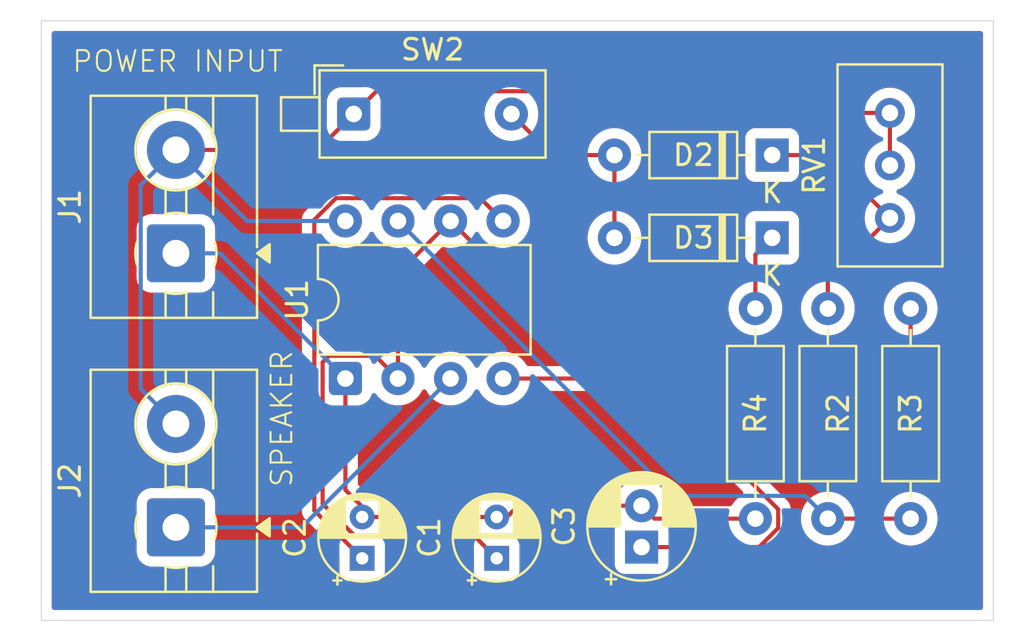
<source format=kicad_pcb>
(kicad_pcb (version 20241229) (generator "pcbnew") (generator_version "9.0")
  (layers (0 "F.Cu" signal) (2 "B.Cu" signal) (13 "F.Paste" user) (15 "B.Paste" user) (5 "F.SilkS" user "F.Silkscreen") (7 "B.SilkS" user "B.Silkscreen") (1 "F.Mask" user) (3 "B.Mask" user) (25 "Edge.Cuts" user))
  (net 0 "")
  (net 1 "GND")
  (net 2 "/COM")
  (net 3 "Net-(U1-CV)")
  (net 4 "Net-(U1-R)")
  (net 5 "Net-(D2-K)")
  (net 6 "Net-(D2-A)")
  (net 7 "Net-(D3-K)")
  (net 8 "+5V")
  (net 9 "/OUTPUT")
  (net 10 "Net-(U1-DIS)")
  (footprint "Resistor_THT:R_Axial_DIN0207_L6.3mm_D2.5mm_P10.16mm_Horizontal" (layer "F.Cu") (at 155 87.58 90)
    (property "Reference" "R3" (at 5.08 0 90) (layer "F.SilkS"))
    (property "Value" "47k")
    (fp_line (start 8.35 -1.37) (end 1.81 -1.37) (stroke (width 0.12)) (layer "F.SilkS"))
    (fp_line (start 1.81 -1.37) (end 1.81 1.37) (stroke (width 0.12)) (layer "F.SilkS"))
    (fp_line (start 9.12 0) (end 8.35 0) (stroke (width 0.12)) (layer "F.SilkS"))
    (fp_line (start 1.04 0) (end 1.81 0) (stroke (width 0.12)) (layer "F.SilkS"))
    (fp_line (start 8.35 1.37) (end 8.35 -1.37) (stroke (width 0.12)) (layer "F.SilkS"))
    (fp_line (start 1.81 1.37) (end 8.35 1.37) (stroke (width 0.12)) (layer "F.SilkS"))
    (pad "1" thru_hole circle (at 0 0 90) (size 1.6 1.6) (drill 0.8) (layers "*.Cu" "*.Mask") (net 10 "Net-(U1-DIS)"))
    (pad "2" thru_hole oval (at 10.16 0 90) (size 1.6 1.6) (drill 0.8) (layers "*.Cu" "*.Mask") (net 2 "/COM"))
  )
  (footprint "Diode_THT:D_DO-35_SOD27_P7.62mm_Horizontal" (layer "F.Cu") (at 148.31 74 180)
    (property "Reference" "D3" (at 3.81 0 0) (layer "F.SilkS"))
    (property "Value" "1N4148")
    (fp_line (start 6.58 0) (end 5.93 0) (stroke (width 0.12)) (layer "F.SilkS"))
    (fp_line (start 5.93 1.12) (end 5.93 -1.12) (stroke (width 0.12)) (layer "F.SilkS"))
    (fp_line (start 5.93 -1.12) (end 1.69 -1.12) (stroke (width 0.12)) (layer "F.SilkS"))
    (fp_line (start 2.53 -1.12) (end 2.53 1.12) (stroke (width 0.12)) (layer "F.SilkS"))
    (fp_line (start 2.41 -1.12) (end 2.41 1.12) (stroke (width 0.12)) (layer "F.SilkS"))
    (fp_line (start 2.29 -1.12) (end 2.29 1.12) (stroke (width 0.12)) (layer "F.SilkS"))
    (fp_line (start 1.69 1.12) (end 5.93 1.12) (stroke (width 0.12)) (layer "F.SilkS"))
    (fp_line (start 1.69 -1.12) (end 1.69 1.12) (stroke (width 0.12)) (layer "F.SilkS"))
    (fp_line (start 1.04 0) (end 1.69 0) (stroke (width 0.12)) (layer "F.SilkS"))
    (fp_text user "K" (at 0 -1.8 0) (layer "F.SilkS"))
    (pad "1" thru_hole rect (at 0 0 180) (size 1.6 1.6) (drill 0.8) (layers "*.Cu" "*.Mask") (net 7 "Net-(D3-K)"))
    (pad "2" thru_hole oval (at 7.62 0 180) (size 1.6 1.6) (drill 0.8) (layers "*.Cu" "*.Mask") (net 6 "Net-(D2-A)"))
  )
  (footprint "TerminalBlock:TerminalBlock_MaiXu_MX126-5.0-02P_1x02_P5.00mm" (layer "F.Cu") (at 119.5 88 90)
    (property "Reference" "J2" (at 2.25 -5.12 90) (layer "F.SilkS"))
    (property "Value" "Speaker")
    (fp_line (start 7.62 -4.12) (end 7.62 3.92) (stroke (width 0.12)) (layer "F.SilkS"))
    (fp_line (start -3.12 -4.12) (end 7.62 -4.12) (stroke (width 0.12)) (layer "F.SilkS"))
    (fp_line (start -3.12 -4.12) (end -3.12 3.92) (stroke (width 0.12)) (layer "F.SilkS"))
    (fp_line (start 6.247 -1.486) (end 6.204 -1.443) (stroke (width 0.12)) (layer "F.SilkS"))
    (fp_line (start 6.487 -1.247) (end 6.444 -1.204) (stroke (width 0.12)) (layer "F.SilkS"))
    (fp_line (start 6.812 -0.5) (end 7.62 -0.5) (stroke (width 0.12)) (layer "F.SilkS"))
    (fp_line (start 1.88 -0.5) (end 3.188 -0.5) (stroke (width 0.12)) (layer "F.SilkS"))
    (fp_line (start -3.12 -0.5) (end -1.88 -0.5) (stroke (width 0.12)) (layer "F.SilkS"))
    (fp_line (start 6.812 0.5) (end 7.62 0.5) (stroke (width 0.12)) (layer "F.SilkS"))
    (fp_line (start 1.88 0.5) (end 3.188 0.5) (stroke (width 0.12)) (layer "F.SilkS"))
    (fp_line (start -3.12 0.5) (end -1.88 0.5) (stroke (width 0.12)) (layer "F.SilkS"))
    (fp_line (start 3.556 1.204) (end 3.513 1.247) (stroke (width 0.12)) (layer "F.SilkS"))
    (fp_line (start 3.795 1.443) (end 3.752 1.486) (stroke (width 0.12)) (layer "F.SilkS"))
    (fp_line (start 5.543 1.8) (end 7.62 1.8) (stroke (width 0.12)) (layer "F.SilkS"))
    (fp_line (start 1.88 1.8) (end 4.457 1.8) (stroke (width 0.12)) (layer "F.SilkS"))
    (fp_line (start -3.12 1.8) (end -1.88 1.8) (stroke (width 0.12)) (layer "F.SilkS"))
    (fp_line (start 0.3 3.92) (end 7.62 3.92) (stroke (width 0.12)) (layer "F.SilkS"))
    (fp_line (start -3.12 3.92) (end -0.3 3.92) (stroke (width 0.12)) (layer "F.SilkS"))
    (fp_arc (start -0.554 -1.88) (mid 0.000246 -1.959928) (end 0.554472 -1.879861) (stroke (width 0.12)) (layer "F.SilkS"))
    (fp_arc (start 1.88 -0.554) (mid 1.959928 0.000246) (end 1.879861 0.554472) (stroke (width 0.12)) (layer "F.SilkS"))
    (fp_arc (start -1.88 0.554) (mid -1.959928 -0.000246) (end -1.879861 -0.554472) (stroke (width 0.12)) (layer "F.SilkS"))
    (fp_arc (start 0.554 1.88) (mid -0.000246 1.959928) (end -0.554472 1.879861) (stroke (width 0.12)) (layer "F.SilkS"))
    (fp_circle (center 5 0) (end 6.96 0) (stroke (width 0.12)) (fill no) (layer "F.SilkS"))
    (fp_poly (pts (xy 0 3.92) (xy 0.44 4.53) (xy -0.44 4.53) (xy 0 3.92)) (stroke (width 0.12)) (fill yes) (layer "F.SilkS"))
    (pad "1" thru_hole roundrect (at 0 0 90) (size 2.8 2.8) (drill 1.3) (layers "*.Cu" "*.Mask") (roundrect_rratio 0.089286) (net 9 "/OUTPUT"))
    (pad "2" thru_hole circle (at 5 0 90) (size 2.8 2.8) (drill 1.3) (layers "*.Cu" "*.Mask") (net 8 "+5V"))
  )
  (footprint "Potentiometer_THT:Potentiometer_Bourns_3296W_Vertical" (layer "F.Cu") (at 154 67.96 90)
    (property "Reference" "RV1" (at -2.54 -3.66 90) (layer "F.SilkS"))
    (property "Value" "100k")
    (fp_line (start 2.345 -2.53) (end 2.345 2.54) (stroke (width 0.12)) (layer "F.SilkS"))
    (fp_line (start -7.425 -2.53) (end 2.345 -2.53) (stroke (width 0.12)) (layer "F.SilkS"))
    (fp_line (start -7.425 -2.53) (end -7.425 2.54) (stroke (width 0.12)) (layer "F.SilkS"))
    (fp_line (start -7.425 2.54) (end 2.345 2.54) (stroke (width 0.12)) (layer "F.SilkS"))
    (pad "1" thru_hole circle (at 0 0 90) (size 1.44 1.44) (drill 0.8) (layers "*.Cu" "*.Mask") (net 8 "+5V"))
    (pad "2" thru_hole circle (at -2.54 0 90) (size 1.44 1.44) (drill 0.8) (layers "*.Cu" "*.Mask") (net 8 "+5V"))
    (pad "3" thru_hole circle (at -5.08 0 90) (size 1.44 1.44) (drill 0.8) (layers "*.Cu" "*.Mask") (net 5 "Net-(D2-K)"))
  )
  (footprint "TerminalBlock:TerminalBlock_MaiXu_MX126-5.0-02P_1x02_P5.00mm" (layer "F.Cu") (at 119.5 74.75 90)
    (property "Reference" "J1" (at 2.25 -5.12 90) (layer "F.SilkS"))
    (property "Value" "input")
    (fp_line (start 7.62 -4.12) (end 7.62 3.92) (stroke (width 0.12)) (layer "F.SilkS"))
    (fp_line (start -3.12 -4.12) (end 7.62 -4.12) (stroke (width 0.12)) (layer "F.SilkS"))
    (fp_line (start -3.12 -4.12) (end -3.12 3.92) (stroke (width 0.12)) (layer "F.SilkS"))
    (fp_line (start 6.247 -1.486) (end 6.204 -1.443) (stroke (width 0.12)) (layer "F.SilkS"))
    (fp_line (start 6.487 -1.247) (end 6.444 -1.204) (stroke (width 0.12)) (layer "F.SilkS"))
    (fp_line (start 6.812 -0.5) (end 7.62 -0.5) (stroke (width 0.12)) (layer "F.SilkS"))
    (fp_line (start 1.88 -0.5) (end 3.188 -0.5) (stroke (width 0.12)) (layer "F.SilkS"))
    (fp_line (start -3.12 -0.5) (end -1.88 -0.5) (stroke (width 0.12)) (layer "F.SilkS"))
    (fp_line (start 6.812 0.5) (end 7.62 0.5) (stroke (width 0.12)) (layer "F.SilkS"))
    (fp_line (start 1.88 0.5) (end 3.188 0.5) (stroke (width 0.12)) (layer "F.SilkS"))
    (fp_line (start -3.12 0.5) (end -1.88 0.5) (stroke (width 0.12)) (layer "F.SilkS"))
    (fp_line (start 3.556 1.204) (end 3.513 1.247) (stroke (width 0.12)) (layer "F.SilkS"))
    (fp_line (start 3.795 1.443) (end 3.752 1.486) (stroke (width 0.12)) (layer "F.SilkS"))
    (fp_line (start 5.543 1.8) (end 7.62 1.8) (stroke (width 0.12)) (layer "F.SilkS"))
    (fp_line (start 1.88 1.8) (end 4.457 1.8) (stroke (width 0.12)) (layer "F.SilkS"))
    (fp_line (start -3.12 1.8) (end -1.88 1.8) (stroke (width 0.12)) (layer "F.SilkS"))
    (fp_line (start 0.3 3.92) (end 7.62 3.92) (stroke (width 0.12)) (layer "F.SilkS"))
    (fp_line (start -3.12 3.92) (end -0.3 3.92) (stroke (width 0.12)) (layer "F.SilkS"))
    (fp_arc (start -0.554 -1.88) (mid 0.000246 -1.959928) (end 0.554472 -1.879861) (stroke (width 0.12)) (layer "F.SilkS"))
    (fp_arc (start 1.88 -0.554) (mid 1.959928 0.000246) (end 1.879861 0.554472) (stroke (width 0.12)) (layer "F.SilkS"))
    (fp_arc (start -1.88 0.554) (mid -1.959928 -0.000246) (end -1.879861 -0.554472) (stroke (width 0.12)) (layer "F.SilkS"))
    (fp_arc (start 0.554 1.88) (mid -0.000246 1.959928) (end -0.554472 1.879861) (stroke (width 0.12)) (layer "F.SilkS"))
    (fp_circle (center 5 0) (end 6.96 0) (stroke (width 0.12)) (fill no) (layer "F.SilkS"))
    (fp_poly (pts (xy 0 3.92) (xy 0.44 4.53) (xy -0.44 4.53) (xy 0 3.92)) (stroke (width 0.12)) (fill yes) (layer "F.SilkS"))
    (pad "1" thru_hole roundrect (at 0 0 90) (size 2.8 2.8) (drill 1.3) (layers "*.Cu" "*.Mask") (roundrect_rratio 0.089286) (net 1 "GND"))
    (pad "2" thru_hole circle (at 5 0 90) (size 2.8 2.8) (drill 1.3) (layers "*.Cu" "*.Mask") (net 8 "+5V"))
  )
  (footprint "Package_DIP:DIP-8_W7.62mm" (layer "F.Cu") (at 127.69 80.805 90)
    (property "Reference" "U1" (at 3.81 -2.33 90) (layer "F.SilkS"))
    (property "Value" "ICM7555xP")
    (fp_line (start 6.46 -1.33) (end 4.81 -1.33) (stroke (width 0.12)) (layer "F.SilkS"))
    (fp_line (start 2.81 -1.33) (end 1.16 -1.33) (stroke (width 0.12)) (layer "F.SilkS"))
    (fp_line (start 1.16 -1.33) (end 1.16 8.95) (stroke (width 0.12)) (layer "F.SilkS"))
    (fp_line (start 6.46 8.95) (end 6.46 -1.33) (stroke (width 0.12)) (layer "F.SilkS"))
    (fp_line (start 1.16 8.95) (end 6.46 8.95) (stroke (width 0.12)) (layer "F.SilkS"))
    (fp_arc (start 4.81 -1.33) (mid 3.81 -0.33) (end 2.81 -1.33) (stroke (width 0.12)) (layer "F.SilkS"))
    (pad "1" thru_hole roundrect (at 0 0 90) (size 1.6 1.6) (drill 0.8) (layers "*.Cu" "*.Mask") (roundrect_rratio 0.15625) (net 1 "GND"))
    (pad "2" thru_hole circle (at 0 2.54 90) (size 1.6 1.6) (drill 0.8) (layers "*.Cu" "*.Mask") (net 2 "/COM"))
    (pad "3" thru_hole circle (at 0 5.08 90) (size 1.6 1.6) (drill 0.8) (layers "*.Cu" "*.Mask") (net 9 "/OUTPUT"))
    (pad "4" thru_hole circle (at 0 7.62 90) (size 1.6 1.6) (drill 0.8) (layers "*.Cu" "*.Mask") (net 4 "Net-(U1-R)"))
    (pad "5" thru_hole circle (at 7.62 7.62 90) (size 1.6 1.6) (drill 0.8) (layers "*.Cu" "*.Mask") (net 3 "Net-(U1-CV)"))
    (pad "6" thru_hole circle (at 7.62 5.08 90) (size 1.6 1.6) (drill 0.8) (layers "*.Cu" "*.Mask") (net 2 "/COM"))
    (pad "7" thru_hole circle (at 7.62 2.54 90) (size 1.6 1.6) (drill 0.8) (layers "*.Cu" "*.Mask") (net 10 "Net-(U1-DIS)"))
    (pad "8" thru_hole circle (at 7.62 0 90) (size 1.6 1.6) (drill 0.8) (layers "*.Cu" "*.Mask") (net 8 "+5V"))
  )
  (footprint "Resistor_THT:R_Axial_DIN0207_L6.3mm_D2.5mm_P10.16mm_Horizontal" (layer "F.Cu") (at 147.5 77.42 -90)
    (property "Reference" "R4" (at 5.08 0 90) (layer "F.SilkS"))
    (property "Value" "47k")
    (fp_line (start 1.81 1.37) (end 8.35 1.37) (stroke (width 0.12)) (layer "F.SilkS"))
    (fp_line (start 8.35 1.37) (end 8.35 -1.37) (stroke (width 0.12)) (layer "F.SilkS"))
    (fp_line (start 1.04 0) (end 1.81 0) (stroke (width 0.12)) (layer "F.SilkS"))
    (fp_line (start 9.12 0) (end 8.35 0) (stroke (width 0.12)) (layer "F.SilkS"))
    (fp_line (start 1.81 -1.37) (end 1.81 1.37) (stroke (width 0.12)) (layer "F.SilkS"))
    (fp_line (start 8.35 -1.37) (end 1.81 -1.37) (stroke (width 0.12)) (layer "F.SilkS"))
    (pad "1" thru_hole circle (at 0 0 270) (size 1.6 1.6) (drill 0.8) (layers "*.Cu" "*.Mask") (net 7 "Net-(D3-K)"))
    (pad "2" thru_hole oval (at 10.16 0 270) (size 1.6 1.6) (drill 0.8) (layers "*.Cu" "*.Mask") (net 1 "GND"))
  )
  (footprint "Capacitor_THT:CP_Radial_D5.0mm_P2.00mm" (layer "F.Cu") (at 142 88.955113 90)
    (property "Reference" "C3" (at 1 -3.75 90) (layer "F.SilkS"))
    (property "Value" "10uF")
    (fp_line (start 1.04 -2.58) (end 1.04 -1.04) (stroke (width 0.12)) (layer "F.SilkS"))
    (fp_line (start 1 -2.58) (end 1 -1.04) (stroke (width 0.12)) (layer "F.SilkS"))
    (fp_line (start 1.08 -2.579) (end 1.08 -1.04) (stroke (width 0.12)) (layer "F.SilkS"))
    (fp_line (start 1.12 -2.578) (end 1.12 -1.04) (stroke (width 0.12)) (layer "F.SilkS"))
    (fp_line (start 1.16 -2.576) (end 1.16 -1.04) (stroke (width 0.12)) (layer "F.SilkS"))
    (fp_line (start 1.2 -2.573) (end 1.2 -1.04) (stroke (width 0.12)) (layer "F.SilkS"))
    (fp_line (start 1.24 -2.569) (end 1.24 -1.04) (stroke (width 0.12)) (layer "F.SilkS"))
    (fp_line (start 1.28 -2.565) (end 1.28 -1.04) (stroke (width 0.12)) (layer "F.SilkS"))
    (fp_line (start 1.32 -2.561) (end 1.32 -1.04) (stroke (width 0.12)) (layer "F.SilkS"))
    (fp_line (start 1.36 -2.556) (end 1.36 -1.04) (stroke (width 0.12)) (layer "F.SilkS"))
    (fp_line (start 1.4 -2.55) (end 1.4 -1.04) (stroke (width 0.12)) (layer "F.SilkS"))
    (fp_line (start 1.44 -2.543) (end 1.44 -1.04) (stroke (width 0.12)) (layer "F.SilkS"))
    (fp_line (start 1.48 -2.536) (end 1.48 -1.04) (stroke (width 0.12)) (layer "F.SilkS"))
    (fp_line (start 1.52 -2.528) (end 1.52 -1.04) (stroke (width 0.12)) (layer "F.SilkS"))
    (fp_line (start 1.56 -2.52) (end 1.56 -1.04) (stroke (width 0.12)) (layer "F.SilkS"))
    (fp_line (start 1.6 -2.511) (end 1.6 -1.04) (stroke (width 0.12)) (layer "F.SilkS"))
    (fp_line (start 1.64 -2.501) (end 1.64 -1.04) (stroke (width 0.12)) (layer "F.SilkS"))
    (fp_line (start 1.68 -2.491) (end 1.68 -1.04) (stroke (width 0.12)) (layer "F.SilkS"))
    (fp_line (start 1.721 -2.48) (end 1.721 -1.04) (stroke (width 0.12)) (layer "F.SilkS"))
    (fp_line (start 1.761 -2.468) (end 1.761 -1.04) (stroke (width 0.12)) (layer "F.SilkS"))
    (fp_line (start 1.801 -2.455) (end 1.801 -1.04) (stroke (width 0.12)) (layer "F.SilkS"))
    (fp_line (start 1.841 -2.442) (end 1.841 -1.04) (stroke (width 0.12)) (layer "F.SilkS"))
    (fp_line (start 1.881 -2.428) (end 1.881 -1.04) (stroke (width 0.12)) (layer "F.SilkS"))
    (fp_line (start 1.921 -2.414) (end 1.921 -1.04) (stroke (width 0.12)) (layer "F.SilkS"))
    (fp_line (start 1.961 -2.398) (end 1.961 -1.04) (stroke (width 0.12)) (layer "F.SilkS"))
    (fp_line (start 2.001 -2.382) (end 2.001 -1.04) (stroke (width 0.12)) (layer "F.SilkS"))
    (fp_line (start 2.041 -2.365) (end 2.041 -1.04) (stroke (width 0.12)) (layer "F.SilkS"))
    (fp_line (start 2.081 -2.348) (end 2.081 -1.04) (stroke (width 0.12)) (layer "F.SilkS"))
    (fp_line (start 2.121 -2.329) (end 2.121 -1.04) (stroke (width 0.12)) (layer "F.SilkS"))
    (fp_line (start 2.161 -2.31) (end 2.161 -1.04) (stroke (width 0.12)) (layer "F.SilkS"))
    (fp_line (start 2.201 -2.29) (end 2.201 -1.04) (stroke (width 0.12)) (layer "F.SilkS"))
    (fp_line (start 2.241 -2.268) (end 2.241 -1.04) (stroke (width 0.12)) (layer "F.SilkS"))
    (fp_line (start 2.281 -2.247) (end 2.281 -1.04) (stroke (width 0.12)) (layer "F.SilkS"))
    (fp_line (start 2.321 -2.224) (end 2.321 -1.04) (stroke (width 0.12)) (layer "F.SilkS"))
    (fp_line (start 2.361 -2.2) (end 2.361 -1.04) (stroke (width 0.12)) (layer "F.SilkS"))
    (fp_line (start 2.401 -2.175) (end 2.401 -1.04) (stroke (width 0.12)) (layer "F.SilkS"))
    (fp_line (start 2.441 -2.149) (end 2.441 -1.04) (stroke (width 0.12)) (layer "F.SilkS"))
    (fp_line (start 2.481 -2.122) (end 2.481 -1.04) (stroke (width 0.12)) (layer "F.SilkS"))
    (fp_line (start 2.521 -2.095) (end 2.521 -1.04) (stroke (width 0.12)) (layer "F.SilkS"))
    (fp_line (start 2.561 -2.065) (end 2.561 -1.04) (stroke (width 0.12)) (layer "F.SilkS"))
    (fp_line (start 2.601 -2.035) (end 2.601 -1.04) (stroke (width 0.12)) (layer "F.SilkS"))
    (fp_line (start 2.641 -2.004) (end 2.641 -1.04) (stroke (width 0.12)) (layer "F.SilkS"))
    (fp_line (start 2.681 -1.971) (end 2.681 -1.04) (stroke (width 0.12)) (layer "F.SilkS"))
    (fp_line (start 2.721 -1.937) (end 2.721 -1.04) (stroke (width 0.12)) (layer "F.SilkS"))
    (fp_line (start 2.761 -1.901) (end 2.761 -1.04) (stroke (width 0.12)) (layer "F.SilkS"))
    (fp_line (start 2.801 -1.864) (end 2.801 -1.04) (stroke (width 0.12)) (layer "F.SilkS"))
    (fp_line (start 2.841 -1.826) (end 2.841 -1.04) (stroke (width 0.12)) (layer "F.SilkS"))
    (fp_line (start 2.881 -1.785) (end 2.881 -1.04) (stroke (width 0.12)) (layer "F.SilkS"))
    (fp_line (start 2.921 -1.743) (end 2.921 -1.04) (stroke (width 0.12)) (layer "F.SilkS"))
    (fp_line (start -1.554775 -1.725) (end -1.554775 -1.225) (stroke (width 0.12)) (layer "F.SilkS"))
    (fp_line (start 2.961 -1.699) (end 2.961 -1.04) (stroke (width 0.12)) (layer "F.SilkS"))
    (fp_line (start 3.001 -1.653) (end 3.001 -1.04) (stroke (width 0.12)) (layer "F.SilkS"))
    (fp_line (start 3.041 -1.605) (end 3.041 1.605) (stroke (width 0.12)) (layer "F.SilkS"))
    (fp_line (start 3.081 -1.554) (end 3.081 1.554) (stroke (width 0.12)) (layer "F.SilkS"))
    (fp_line (start 3.121 -1.5) (end 3.121 1.5) (stroke (width 0.12)) (layer "F.SilkS"))
    (fp_line (start -1.804775 -1.475) (end -1.304775 -1.475) (stroke (width 0.12)) (layer "F.SilkS"))
    (fp_line (start 3.161 -1.443) (end 3.161 1.443) (stroke (width 0.12)) (layer "F.SilkS"))
    (fp_line (start 3.201 -1.383) (end 3.201 1.383) (stroke (width 0.12)) (layer "F.SilkS"))
    (fp_line (start 3.241 -1.319) (end 3.241 1.319) (stroke (width 0.12)) (layer "F.SilkS"))
    (fp_line (start 3.281 -1.251) (end 3.281 1.251) (stroke (width 0.12)) (layer "F.SilkS"))
    (fp_line (start 3.321 -1.178) (end 3.321 1.178) (stroke (width 0.12)) (layer "F.SilkS"))
    (fp_line (start 3.361 -1.098) (end 3.361 1.098) (stroke (width 0.12)) (layer "F.SilkS"))
    (fp_line (start 3.401 -1.011) (end 3.401 1.011) (stroke (width 0.12)) (layer "F.SilkS"))
    (fp_line (start 3.441 -0.915) (end 3.441 0.915) (stroke (width 0.12)) (layer "F.SilkS"))
    (fp_line (start 3.481 -0.805) (end 3.481 0.805) (stroke (width 0.12)) (layer "F.SilkS"))
    (fp_line (start 3.521 -0.677) (end 3.521 0.677) (stroke (width 0.12)) (layer "F.SilkS"))
    (fp_line (start 3.561 -0.518) (end 3.561 0.518) (stroke (width 0.12)) (layer "F.SilkS"))
    (fp_line (start 3.601 -0.284) (end 3.601 0.284) (stroke (width 0.12)) (layer "F.SilkS"))
    (fp_line (start 3.001 1.04) (end 3.001 1.653) (stroke (width 0.12)) (layer "F.SilkS"))
    (fp_line (start 2.961 1.04) (end 2.961 1.699) (stroke (width 0.12)) (layer "F.SilkS"))
    (fp_line (start 2.921 1.04) (end 2.921 1.743) (stroke (width 0.12)) (layer "F.SilkS"))
    (fp_line (start 2.881 1.04) (end 2.881 1.785) (stroke (width 0.12)) (layer "F.SilkS"))
    (fp_line (start 2.841 1.04) (end 2.841 1.826) (stroke (width 0.12)) (layer "F.SilkS"))
    (fp_line (start 2.801 1.04) (end 2.801 1.864) (stroke (width 0.12)) (layer "F.SilkS"))
    (fp_line (start 2.761 1.04) (end 2.761 1.901) (stroke (width 0.12)) (layer "F.SilkS"))
    (fp_line (start 2.721 1.04) (end 2.721 1.937) (stroke (width 0.12)) (layer "F.SilkS"))
    (fp_line (start 2.681 1.04) (end 2.681 1.971) (stroke (width 0.12)) (layer "F.SilkS"))
    (fp_line (start 2.641 1.04) (end 2.641 2.004) (stroke (width 0.12)) (layer "F.SilkS"))
    (fp_line (start 2.601 1.04) (end 2.601 2.035) (stroke (width 0.12)) (layer "F.SilkS"))
    (fp_line (start 2.561 1.04) (end 2.561 2.065) (stroke (width 0.12)) (layer "F.SilkS"))
    (fp_line (start 2.521 1.04) (end 2.521 2.095) (stroke (width 0.12)) (layer "F.SilkS"))
    (fp_line (start 2.481 1.04) (end 2.481 2.122) (stroke (width 0.12)) (layer "F.SilkS"))
    (fp_line (start 2.441 1.04) (end 2.441 2.149) (stroke (width 0.12)) (layer "F.SilkS"))
    (fp_line (start 2.401 1.04) (end 2.401 2.175) (stroke (width 0.12)) (layer "F.SilkS"))
    (fp_line (start 2.361 1.04) (end 2.361 2.2) (stroke (width 0.12)) (layer "F.SilkS"))
    (fp_line (start 2.321 1.04) (end 2.321 2.224) (stroke (width 0.12)) (layer "F.SilkS"))
    (fp_line (start 2.281 1.04) (end 2.281 2.247) (stroke (width 0.12)) (layer "F.SilkS"))
    (fp_line (start 2.241 1.04) (end 2.241 2.268) (stroke (width 0.12)) (layer "F.SilkS"))
    (fp_line (start 2.201 1.04) (end 2.201 2.29) (stroke (width 0.12)) (layer "F.SilkS"))
    (fp_line (start 2.161 1.04) (end 2.161 2.31) (stroke (width 0.12)) (layer "F.SilkS"))
    (fp_line (start 2.121 1.04) (end 2.121 2.329) (stroke (width 0.12)) (layer "F.SilkS"))
    (fp_line (start 2.081 1.04) (end 2.081 2.348) (stroke (width 0.12)) (layer "F.SilkS"))
    (fp_line (start 2.041 1.04) (end 2.041 2.365) (stroke (width 0.12)) (layer "F.SilkS"))
    (fp_line (start 2.001 1.04) (end 2.001 2.382) (stroke (width 0.12)) (layer "F.SilkS"))
    (fp_line (start 1.961 1.04) (end 1.961 2.398) (stroke (width 0.12)) (layer "F.SilkS"))
    (fp_line (start 1.921 1.04) (end 1.921 2.414) (stroke (width 0.12)) (layer "F.SilkS"))
    (fp_line (start 1.881 1.04) (end 1.881 2.428) (stroke (width 0.12)) (layer "F.SilkS"))
    (fp_line (start 1.841 1.04) (end 1.841 2.442) (stroke (width 0.12)) (layer "F.SilkS"))
    (fp_line (start 1.801 1.04) (end 1.801 2.455) (stroke (width 0.12)) (layer "F.SilkS"))
    (fp_line (start 1.761 1.04) (end 1.761 2.468) (stroke (width 0.12)) (layer "F.SilkS"))
    (fp_line (start 1.721 1.04) (end 1.721 2.48) (stroke (width 0.12)) (layer "F.SilkS"))
    (fp_line (start 1.68 1.04) (end 1.68 2.491) (stroke (width 0.12)) (layer "F.SilkS"))
    (fp_line (start 1.64 1.04) (end 1.64 2.501) (stroke (width 0.12)) (layer "F.SilkS"))
    (fp_line (start 1.6 1.04) (end 1.6 2.511) (stroke (width 0.12)) (layer "F.SilkS"))
    (fp_line (start 1.56 1.04) (end 1.56 2.52) (stroke (width 0.12)) (layer "F.SilkS"))
    (fp_line (start 1.52 1.04) (end 1.52 2.528) (stroke (width 0.12)) (layer "F.SilkS"))
    (fp_line (start 1.48 1.04) (end 1.48 2.536) (stroke (width 0.12)) (layer "F.SilkS"))
    (fp_line (start 1.44 1.04) (end 1.44 2.543) (stroke (width 0.12)) (layer "F.SilkS"))
    (fp_line (start 1.4 1.04) (end 1.4 2.55) (stroke (width 0.12)) (layer "F.SilkS"))
    (fp_line (start 1.36 1.04) (end 1.36 2.556) (stroke (width 0.12)) (layer "F.SilkS"))
    (fp_line (start 1.32 1.04) (end 1.32 2.561) (stroke (width 0.12)) (layer "F.SilkS"))
    (fp_line (start 1.28 1.04) (end 1.28 2.565) (stroke (width 0.12)) (layer "F.SilkS"))
    (fp_line (start 1.24 1.04) (end 1.24 2.569) (stroke (width 0.12)) (layer "F.SilkS"))
    (fp_line (start 1.2 1.04) (end 1.2 2.573) (stroke (width 0.12)) (layer "F.SilkS"))
    (fp_line (start 1.16 1.04) (end 1.16 2.576) (stroke (width 0.12)) (layer "F.SilkS"))
    (fp_line (start 1.12 1.04) (end 1.12 2.578) (stroke (width 0.12)) (layer "F.SilkS"))
    (fp_line (start 1.08 1.04) (end 1.08 2.579) (stroke (width 0.12)) (layer "F.SilkS"))
    (fp_line (start 1.04 1.04) (end 1.04 2.58) (stroke (width 0.12)) (layer "F.SilkS"))
    (fp_line (start 1 1.04) (end 1 2.58) (stroke (width 0.12)) (layer "F.SilkS"))
    (fp_circle (center 1 0) (end 3.62 0) (stroke (width 0.12)) (fill no) (layer "F.SilkS"))
    (pad "1" thru_hole rect (at 0 0 90) (size 1.6 1.6) (drill 0.8) (layers "*.Cu" "*.Mask") (net 4 "Net-(U1-R)"))
    (pad "2" thru_hole circle (at 2 0 90) (size 1.6 1.6) (drill 0.8) (layers "*.Cu" "*.Mask") (net 1 "GND"))
  )
  (footprint "Capacitor_THT:CP_Radial_D4.0mm_P2.00mm" (layer "F.Cu") (at 135 89.5 90)
    (property "Reference" "C1" (at 1 -3.25 90) (layer "F.SilkS"))
    (property "Value" "0.01uF")
    (fp_line (start 1.04 -2.08) (end 1.04 2.08) (stroke (width 0.12)) (layer "F.SilkS"))
    (fp_line (start 1 -2.08) (end 1 2.08) (stroke (width 0.12)) (layer "F.SilkS"))
    (fp_line (start 1.08 -2.079) (end 1.08 2.079) (stroke (width 0.12)) (layer "F.SilkS"))
    (fp_line (start 1.12 -2.077) (end 1.12 2.077) (stroke (width 0.12)) (layer "F.SilkS"))
    (fp_line (start 1.16 -2.074) (end 1.16 2.074) (stroke (width 0.12)) (layer "F.SilkS"))
    (fp_line (start 1.2 -2.071) (end 1.2 -0.84) (stroke (width 0.12)) (layer "F.SilkS"))
    (fp_line (start 1.24 -2.067) (end 1.24 -0.84) (stroke (width 0.12)) (layer "F.SilkS"))
    (fp_line (start 1.28 -2.062) (end 1.28 -0.84) (stroke (width 0.12)) (layer "F.SilkS"))
    (fp_line (start 1.32 -2.056) (end 1.32 -0.84) (stroke (width 0.12)) (layer "F.SilkS"))
    (fp_line (start 1.36 -2.05) (end 1.36 -0.84) (stroke (width 0.12)) (layer "F.SilkS"))
    (fp_line (start 1.4 -2.042) (end 1.4 -0.84) (stroke (width 0.12)) (layer "F.SilkS"))
    (fp_line (start 1.44 -2.034) (end 1.44 -0.84) (stroke (width 0.12)) (layer "F.SilkS"))
    (fp_line (start 1.48 -2.025) (end 1.48 -0.84) (stroke (width 0.12)) (layer "F.SilkS"))
    (fp_line (start 1.52 -2.016) (end 1.52 -0.84) (stroke (width 0.12)) (layer "F.SilkS"))
    (fp_line (start 1.56 -2.005) (end 1.56 -0.84) (stroke (width 0.12)) (layer "F.SilkS"))
    (fp_line (start 1.6 -1.994) (end 1.6 -0.84) (stroke (width 0.12)) (layer "F.SilkS"))
    (fp_line (start 1.64 -1.982) (end 1.64 -0.84) (stroke (width 0.12)) (layer "F.SilkS"))
    (fp_line (start 1.68 -1.968) (end 1.68 -0.84) (stroke (width 0.12)) (layer "F.SilkS"))
    (fp_line (start 1.721 -1.954) (end 1.721 -0.84) (stroke (width 0.12)) (layer "F.SilkS"))
    (fp_line (start 1.761 -1.94) (end 1.761 -0.84) (stroke (width 0.12)) (layer "F.SilkS"))
    (fp_line (start 1.801 -1.924) (end 1.801 -0.84) (stroke (width 0.12)) (layer "F.SilkS"))
    (fp_line (start 1.841 -1.907) (end 1.841 -0.84) (stroke (width 0.12)) (layer "F.SilkS"))
    (fp_line (start 1.881 -1.889) (end 1.881 -0.84) (stroke (width 0.12)) (layer "F.SilkS"))
    (fp_line (start 1.921 -1.87) (end 1.921 -0.84) (stroke (width 0.12)) (layer "F.SilkS"))
    (fp_line (start 1.961 -1.851) (end 1.961 -0.84) (stroke (width 0.12)) (layer "F.SilkS"))
    (fp_line (start 2.001 -1.83) (end 2.001 -0.84) (stroke (width 0.12)) (layer "F.SilkS"))
    (fp_line (start 2.041 -1.808) (end 2.041 -0.84) (stroke (width 0.12)) (layer "F.SilkS"))
    (fp_line (start 2.081 -1.785) (end 2.081 -0.84) (stroke (width 0.12)) (layer "F.SilkS"))
    (fp_line (start 2.121 -1.76) (end 2.121 -0.84) (stroke (width 0.12)) (layer "F.SilkS"))
    (fp_line (start 2.161 -1.735) (end 2.161 -0.84) (stroke (width 0.12)) (layer "F.SilkS"))
    (fp_line (start 2.201 -1.708) (end 2.201 -0.84) (stroke (width 0.12)) (layer "F.SilkS"))
    (fp_line (start 2.241 -1.68) (end 2.241 -0.84) (stroke (width 0.12)) (layer "F.SilkS"))
    (fp_line (start 2.281 -1.65) (end 2.281 -0.84) (stroke (width 0.12)) (layer "F.SilkS"))
    (fp_line (start 2.321 -1.619) (end 2.321 -0.84) (stroke (width 0.12)) (layer "F.SilkS"))
    (fp_line (start 2.361 -1.587) (end 2.361 -0.84) (stroke (width 0.12)) (layer "F.SilkS"))
    (fp_line (start 2.401 -1.552) (end 2.401 -0.84) (stroke (width 0.12)) (layer "F.SilkS"))
    (fp_line (start 2.441 -1.516) (end 2.441 -0.84) (stroke (width 0.12)) (layer "F.SilkS"))
    (fp_line (start 2.481 -1.478) (end 2.481 -0.84) (stroke (width 0.12)) (layer "F.SilkS"))
    (fp_line (start 2.521 -1.438) (end 2.521 -0.84) (stroke (width 0.12)) (layer "F.SilkS"))
    (fp_line (start 2.561 -1.396) (end 2.561 -0.84) (stroke (width 0.12)) (layer "F.SilkS"))
    (fp_line (start -1.069801 -1.395) (end -1.069801 -0.995) (stroke (width 0.12)) (layer "F.SilkS"))
    (fp_line (start 2.601 -1.351) (end 2.601 -0.84) (stroke (width 0.12)) (layer "F.SilkS"))
    (fp_line (start 2.641 -1.304) (end 2.641 -0.84) (stroke (width 0.12)) (layer "F.SilkS"))
    (fp_line (start 2.681 -1.254) (end 2.681 -0.84) (stroke (width 0.12)) (layer "F.SilkS"))
    (fp_line (start 2.721 -1.2) (end 2.721 -0.84) (stroke (width 0.12)) (layer "F.SilkS"))
    (fp_line (start -1.269801 -1.195) (end -0.869801 -1.195) (stroke (width 0.12)) (layer "F.SilkS"))
    (fp_line (start 2.761 -1.142) (end 2.761 -0.84) (stroke (width 0.12)) (layer "F.SilkS"))
    (fp_line (start 2.801 -1.08) (end 2.801 -0.84) (stroke (width 0.12)) (layer "F.SilkS"))
    (fp_line (start 2.841 -1.013) (end 2.841 1.013) (stroke (width 0.12)) (layer "F.SilkS"))
    (fp_line (start 2.881 -0.94) (end 2.881 0.94) (stroke (width 0.12)) (layer "F.SilkS"))
    (fp_line (start 2.921 -0.859) (end 2.921 0.859) (stroke (width 0.12)) (layer "F.SilkS"))
    (fp_line (start 2.961 -0.768) (end 2.961 0.768) (stroke (width 0.12)) (layer "F.SilkS"))
    (fp_line (start 3.001 -0.664) (end 3.001 0.664) (stroke (width 0.12)) (layer "F.SilkS"))
    (fp_line (start 3.041 -0.537) (end 3.041 0.537) (stroke (width 0.12)) (layer "F.SilkS"))
    (fp_line (start 3.081 -0.37) (end 3.081 0.37) (stroke (width 0.12)) (layer "F.SilkS"))
    (fp_line (start 2.801 0.84) (end 2.801 1.08) (stroke (width 0.12)) (layer "F.SilkS"))
    (fp_line (start 2.761 0.84) (end 2.761 1.142) (stroke (width 0.12)) (layer "F.SilkS"))
    (fp_line (start 2.721 0.84) (end 2.721 1.2) (stroke (width 0.12)) (layer "F.SilkS"))
    (fp_line (start 2.681 0.84) (end 2.681 1.254) (stroke (width 0.12)) (layer "F.SilkS"))
    (fp_line (start 2.641 0.84) (end 2.641 1.304) (stroke (width 0.12)) (layer "F.SilkS"))
    (fp_line (start 2.601 0.84) (end 2.601 1.351) (stroke (width 0.12)) (layer "F.SilkS"))
    (fp_line (start 2.561 0.84) (end 2.561 1.396) (stroke (width 0.12)) (layer "F.SilkS"))
    (fp_line (start 2.521 0.84) (end 2.521 1.438) (stroke (width 0.12)) (layer "F.SilkS"))
    (fp_line (start 2.481 0.84) (end 2.481 1.478) (stroke (width 0.12)) (layer "F.SilkS"))
    (fp_line (start 2.441 0.84) (end 2.441 1.516) (stroke (width 0.12)) (layer "F.SilkS"))
    (fp_line (start 2.401 0.84) (end 2.401 1.552) (stroke (width 0.12)) (layer "F.SilkS"))
    (fp_line (start 2.361 0.84) (end 2.361 1.587) (stroke (width 0.12)) (layer "F.SilkS"))
    (fp_line (start 2.321 0.84) (end 2.321 1.619) (stroke (width 0.12)) (layer "F.SilkS"))
    (fp_line (start 2.281 0.84) (end 2.281 1.65) (stroke (width 0.12)) (layer "F.SilkS"))
    (fp_line (start 2.241 0.84) (end 2.241 1.68) (stroke (width 0.12)) (layer "F.SilkS"))
    (fp_line (start 2.201 0.84) (end 2.201 1.708) (stroke (width 0.12)) (layer "F.SilkS"))
    (fp_line (start 2.161 0.84) (end 2.161 1.735) (stroke (width 0.12)) (layer "F.SilkS"))
    (fp_line (start 2.121 0.84) (end 2.121 1.76) (stroke (width 0.12)) (layer "F.SilkS"))
    (fp_line (start 2.081 0.84) (end 2.081 1.785) (stroke (width 0.12)) (layer "F.SilkS"))
    (fp_line (start 2.041 0.84) (end 2.041 1.808) (stroke (width 0.12)) (layer "F.SilkS"))
    (fp_line (start 2.001 0.84) (end 2.001 1.83) (stroke (width 0.12)) (layer "F.SilkS"))
    (fp_line (start 1.961 0.84) (end 1.961 1.851) (stroke (width 0.12)) (layer "F.SilkS"))
    (fp_line (start 1.921 0.84) (end 1.921 1.87) (stroke (width 0.12)) (layer "F.SilkS"))
    (fp_line (start 1.881 0.84) (end 1.881 1.889) (stroke (width 0.12)) (layer "F.SilkS"))
    (fp_line (start 1.841 0.84) (end 1.841 1.907) (stroke (width 0.12)) (layer "F.SilkS"))
    (fp_line (start 1.801 0.84) (end 1.801 1.924) (stroke (width 0.12)) (layer "F.SilkS"))
    (fp_line (start 1.761 0.84) (end 1.761 1.94) (stroke (width 0.12)) (layer "F.SilkS"))
    (fp_line (start 1.721 0.84) (end 1.721 1.954) (stroke (width 0.12)) (layer "F.SilkS"))
    (fp_line (start 1.68 0.84) (end 1.68 1.968) (stroke (width 0.12)) (layer "F.SilkS"))
    (fp_line (start 1.64 0.84) (end 1.64 1.982) (stroke (width 0.12)) (layer "F.SilkS"))
    (fp_line (start 1.6 0.84) (end 1.6 1.994) (stroke (width 0.12)) (layer "F.SilkS"))
    (fp_line (start 1.56 0.84) (end 1.56 2.005) (stroke (width 0.12)) (layer "F.SilkS"))
    (fp_line (start 1.52 0.84) (end 1.52 2.016) (stroke (width 0.12)) (layer "F.SilkS"))
    (fp_line (start 1.48 0.84) (end 1.48 2.025) (stroke (width 0.12)) (layer "F.SilkS"))
    (fp_line (start 1.44 0.84) (end 1.44 2.034) (stroke (width 0.12)) (layer "F.SilkS"))
    (fp_line (start 1.4 0.84) (end 1.4 2.042) (stroke (width 0.12)) (layer "F.SilkS"))
    (fp_line (start 1.36 0.84) (end 1.36 2.05) (stroke (width 0.12)) (layer "F.SilkS"))
    (fp_line (start 1.32 0.84) (end 1.32 2.056) (stroke (width 0.12)) (layer "F.SilkS"))
    (fp_line (start 1.28 0.84) (end 1.28 2.062) (stroke (width 0.12)) (layer "F.SilkS"))
    (fp_line (start 1.24 0.84) (end 1.24 2.067) (stroke (width 0.12)) (layer "F.SilkS"))
    (fp_line (start 1.2 0.84) (end 1.2 2.071) (stroke (width 0.12)) (layer "F.SilkS"))
    (fp_circle (center 1 0) (end 3.12 0) (stroke (width 0.12)) (fill no) (layer "F.SilkS"))
    (pad "1" thru_hole rect (at 0 0 90) (size 1.2 1.2) (drill 0.6) (layers "*.Cu" "*.Mask") (net 2 "/COM"))
    (pad "2" thru_hole circle (at 2 0 90) (size 1.2 1.2) (drill 0.6) (layers "*.Cu" "*.Mask") (net 1 "GND"))
  )
  (footprint "Diode_THT:D_DO-35_SOD27_P7.62mm_Horizontal" (layer "F.Cu") (at 148.31 70 180)
    (property "Reference" "D2" (at 3.81 0 0) (layer "F.SilkS"))
    (property "Value" "1N4148")
    (fp_line (start 6.58 0) (end 5.93 0) (stroke (width 0.12)) (layer "F.SilkS"))
    (fp_line (start 5.93 1.12) (end 5.93 -1.12) (stroke (width 0.12)) (layer "F.SilkS"))
    (fp_line (start 5.93 -1.12) (end 1.69 -1.12) (stroke (width 0.12)) (layer "F.SilkS"))
    (fp_line (start 2.53 -1.12) (end 2.53 1.12) (stroke (width 0.12)) (layer "F.SilkS"))
    (fp_line (start 2.41 -1.12) (end 2.41 1.12) (stroke (width 0.12)) (layer "F.SilkS"))
    (fp_line (start 2.29 -1.12) (end 2.29 1.12) (stroke (width 0.12)) (layer "F.SilkS"))
    (fp_line (start 1.69 1.12) (end 5.93 1.12) (stroke (width 0.12)) (layer "F.SilkS"))
    (fp_line (start 1.69 -1.12) (end 1.69 1.12) (stroke (width 0.12)) (layer "F.SilkS"))
    (fp_line (start 1.04 0) (end 1.69 0) (stroke (width 0.12)) (layer "F.SilkS"))
    (fp_text user "K" (at 0 -1.8 0) (layer "F.SilkS"))
    (pad "1" thru_hole rect (at 0 0 180) (size 1.6 1.6) (drill 0.8) (layers "*.Cu" "*.Mask") (net 5 "Net-(D2-K)"))
    (pad "2" thru_hole oval (at 7.62 0 180) (size 1.6 1.6) (drill 0.8) (layers "*.Cu" "*.Mask") (net 6 "Net-(D2-A)"))
  )
  (footprint "Resistor_THT:R_Axial_DIN0207_L6.3mm_D2.5mm_P10.16mm_Horizontal" (layer "F.Cu") (at 151 77.42 -90)
    (property "Reference" "R2" (at 5.08 -0.5 90) (layer "F.SilkS"))
    (property "Value" "47k")
    (fp_line (start 1.81 1.37) (end 8.35 1.37) (stroke (width 0.12)) (layer "F.SilkS"))
    (fp_line (start 8.35 1.37) (end 8.35 -1.37) (stroke (width 0.12)) (layer "F.SilkS"))
    (fp_line (start 1.04 0) (end 1.81 0) (stroke (width 0.12)) (layer "F.SilkS"))
    (fp_line (start 9.12 0) (end 8.35 0) (stroke (width 0.12)) (layer "F.SilkS"))
    (fp_line (start 1.81 -1.37) (end 1.81 1.37) (stroke (width 0.12)) (layer "F.SilkS"))
    (fp_line (start 8.35 -1.37) (end 1.81 -1.37) (stroke (width 0.12)) (layer "F.SilkS"))
    (pad "1" thru_hole circle (at 0 0 270) (size 1.6 1.6) (drill 0.8) (layers "*.Cu" "*.Mask") (net 5 "Net-(D2-K)"))
    (pad "2" thru_hole oval (at 10.16 0 270) (size 1.6 1.6) (drill 0.8) (layers "*.Cu" "*.Mask") (net 10 "Net-(U1-DIS)"))
  )
  (footprint "Button_Switch_THT:SW_DIP_SPSTx01_Piano_10.8x4.1mm_W7.62mm_P2.54mm" (layer "F.Cu") (at 128.09 68.0125)
    (property "Reference" "SW2" (at 3.81 -3.11 0) (layer "F.SilkS"))
    (property "Value" "SW_Push")
    (fp_line (start -3.51 -0.81) (end -3.51 0.81) (stroke (width 0.12)) (layer "F.SilkS"))
    (fp_line (start -3.51 -0.81) (end -1.65 -0.81) (stroke (width 0.12)) (layer "F.SilkS"))
    (fp_line (start -3.51 0.81) (end -1.65 0.81) (stroke (width 0.12)) (layer "F.SilkS"))
    (fp_line (start -1.89 -2.35) (end -1.89 -0.967) (stroke (width 0.12)) (layer "F.SilkS"))
    (fp_line (start -1.89 -2.35) (end -0.507 -2.35) (stroke (width 0.12)) (layer "F.SilkS"))
    (fp_line (start -1.65 -2.11) (end -1.65 2.11) (stroke (width 0.12)) (layer "F.SilkS"))
    (fp_line (start -1.65 -2.11) (end 9.27 -2.11) (stroke (width 0.12)) (layer "F.SilkS"))
    (fp_line (start -1.65 -0.81) (end -1.65 0.81) (stroke (width 0.12)) (layer "F.SilkS"))
    (fp_line (start -1.65 2.11) (end 9.27 2.11) (stroke (width 0.12)) (layer "F.SilkS"))
    (fp_line (start 9.27 -2.11) (end 9.27 2.11) (stroke (width 0.12)) (layer "F.SilkS"))
    (pad "1" thru_hole roundrect (at 0 0) (size 1.6 1.6) (drill 0.8) (layers "*.Cu" "*.Mask") (roundrect_rratio 0.15625) (net 8 "+5V"))
    (pad "2" thru_hole circle (at 7.62 0) (size 1.6 1.6) (drill 0.8) (layers "*.Cu" "*.Mask") (net 6 "Net-(D2-A)"))
  )
  (footprint "Capacitor_THT:CP_Radial_D4.0mm_P2.00mm" (layer "F.Cu") (at 128.5 89.5 90)
    (property "Reference" "C2" (at 1 -3.25 90) (layer "F.SilkS"))
    (property "Value" "0.01uF")
    (fp_line (start 1.04 -2.08) (end 1.04 2.08) (stroke (width 0.12)) (layer "F.SilkS"))
    (fp_line (start 1 -2.08) (end 1 2.08) (stroke (width 0.12)) (layer "F.SilkS"))
    (fp_line (start 1.08 -2.079) (end 1.08 2.079) (stroke (width 0.12)) (layer "F.SilkS"))
    (fp_line (start 1.12 -2.077) (end 1.12 2.077) (stroke (width 0.12)) (layer "F.SilkS"))
    (fp_line (start 1.16 -2.074) (end 1.16 2.074) (stroke (width 0.12)) (layer "F.SilkS"))
    (fp_line (start 1.2 -2.071) (end 1.2 -0.84) (stroke (width 0.12)) (layer "F.SilkS"))
    (fp_line (start 1.24 -2.067) (end 1.24 -0.84) (stroke (width 0.12)) (layer "F.SilkS"))
    (fp_line (start 1.28 -2.062) (end 1.28 -0.84) (stroke (width 0.12)) (layer "F.SilkS"))
    (fp_line (start 1.32 -2.056) (end 1.32 -0.84) (stroke (width 0.12)) (layer "F.SilkS"))
    (fp_line (start 1.36 -2.05) (end 1.36 -0.84) (stroke (width 0.12)) (layer "F.SilkS"))
    (fp_line (start 1.4 -2.042) (end 1.4 -0.84) (stroke (width 0.12)) (layer "F.SilkS"))
    (fp_line (start 1.44 -2.034) (end 1.44 -0.84) (stroke (width 0.12)) (layer "F.SilkS"))
    (fp_line (start 1.48 -2.025) (end 1.48 -0.84) (stroke (width 0.12)) (layer "F.SilkS"))
    (fp_line (start 1.52 -2.016) (end 1.52 -0.84) (stroke (width 0.12)) (layer "F.SilkS"))
    (fp_line (start 1.56 -2.005) (end 1.56 -0.84) (stroke (width 0.12)) (layer "F.SilkS"))
    (fp_line (start 1.6 -1.994) (end 1.6 -0.84) (stroke (width 0.12)) (layer "F.SilkS"))
    (fp_line (start 1.64 -1.982) (end 1.64 -0.84) (stroke (width 0.12)) (layer "F.SilkS"))
    (fp_line (start 1.68 -1.968) (end 1.68 -0.84) (stroke (width 0.12)) (layer "F.SilkS"))
    (fp_line (start 1.721 -1.954) (end 1.721 -0.84) (stroke (width 0.12)) (layer "F.SilkS"))
    (fp_line (start 1.761 -1.94) (end 1.761 -0.84) (stroke (width 0.12)) (layer "F.SilkS"))
    (fp_line (start 1.801 -1.924) (end 1.801 -0.84) (stroke (width 0.12)) (layer "F.SilkS"))
    (fp_line (start 1.841 -1.907) (end 1.841 -0.84) (stroke (width 0.12)) (layer "F.SilkS"))
    (fp_line (start 1.881 -1.889) (end 1.881 -0.84) (stroke (width 0.12)) (layer "F.SilkS"))
    (fp_line (start 1.921 -1.87) (end 1.921 -0.84) (stroke (width 0.12)) (layer "F.SilkS"))
    (fp_line (start 1.961 -1.851) (end 1.961 -0.84) (stroke (width 0.12)) (layer "F.SilkS"))
    (fp_line (start 2.001 -1.83) (end 2.001 -0.84) (stroke (width 0.12)) (layer "F.SilkS"))
    (fp_line (start 2.041 -1.808) (end 2.041 -0.84) (stroke (width 0.12)) (layer "F.SilkS"))
    (fp_line (start 2.081 -1.785) (end 2.081 -0.84) (stroke (width 0.12)) (layer "F.SilkS"))
    (fp_line (start 2.121 -1.76) (end 2.121 -0.84) (stroke (width 0.12)) (layer "F.SilkS"))
    (fp_line (start 2.161 -1.735) (end 2.161 -0.84) (stroke (width 0.12)) (layer "F.SilkS"))
    (fp_line (start 2.201 -1.708) (end 2.201 -0.84) (stroke (width 0.12)) (layer "F.SilkS"))
    (fp_line (start 2.241 -1.68) (end 2.241 -0.84) (stroke (width 0.12)) (layer "F.SilkS"))
    (fp_line (start 2.281 -1.65) (end 2.281 -0.84) (stroke (width 0.12)) (layer "F.SilkS"))
    (fp_line (start 2.321 -1.619) (end 2.321 -0.84) (stroke (width 0.12)) (layer "F.SilkS"))
    (fp_line (start 2.361 -1.587) (end 2.361 -0.84) (stroke (width 0.12)) (layer "F.SilkS"))
    (fp_line (start 2.401 -1.552) (end 2.401 -0.84) (stroke (width 0.12)) (layer "F.SilkS"))
    (fp_line (start 2.441 -1.516) (end 2.441 -0.84) (stroke (width 0.12)) (layer "F.SilkS"))
    (fp_line (start 2.481 -1.478) (end 2.481 -0.84) (stroke (width 0.12)) (layer "F.SilkS"))
    (fp_line (start 2.521 -1.438) (end 2.521 -0.84) (stroke (width 0.12)) (layer "F.SilkS"))
    (fp_line (start 2.561 -1.396) (end 2.561 -0.84) (stroke (width 0.12)) (layer "F.SilkS"))
    (fp_line (start -1.069801 -1.395) (end -1.069801 -0.995) (stroke (width 0.12)) (layer "F.SilkS"))
    (fp_line (start 2.601 -1.351) (end 2.601 -0.84) (stroke (width 0.12)) (layer "F.SilkS"))
    (fp_line (start 2.641 -1.304) (end 2.641 -0.84) (stroke (width 0.12)) (layer "F.SilkS"))
    (fp_line (start 2.681 -1.254) (end 2.681 -0.84) (stroke (width 0.12)) (layer "F.SilkS"))
    (fp_line (start 2.721 -1.2) (end 2.721 -0.84) (stroke (width 0.12)) (layer "F.SilkS"))
    (fp_line (start -1.269801 -1.195) (end -0.869801 -1.195) (stroke (width 0.12)) (layer "F.SilkS"))
    (fp_line (start 2.761 -1.142) (end 2.761 -0.84) (stroke (width 0.12)) (layer "F.SilkS"))
    (fp_line (start 2.801 -1.08) (end 2.801 -0.84) (stroke (width 0.12)) (layer "F.SilkS"))
    (fp_line (start 2.841 -1.013) (end 2.841 1.013) (stroke (width 0.12)) (layer "F.SilkS"))
    (fp_line (start 2.881 -0.94) (end 2.881 0.94) (stroke (width 0.12)) (layer "F.SilkS"))
    (fp_line (start 2.921 -0.859) (end 2.921 0.859) (stroke (width 0.12)) (layer "F.SilkS"))
    (fp_line (start 2.961 -0.768) (end 2.961 0.768) (stroke (width 0.12)) (layer "F.SilkS"))
    (fp_line (start 3.001 -0.664) (end 3.001 0.664) (stroke (width 0.12)) (layer "F.SilkS"))
    (fp_line (start 3.041 -0.537) (end 3.041 0.537) (stroke (width 0.12)) (layer "F.SilkS"))
    (fp_line (start 3.081 -0.37) (end 3.081 0.37) (stroke (width 0.12)) (layer "F.SilkS"))
    (fp_line (start 2.801 0.84) (end 2.801 1.08) (stroke (width 0.12)) (layer "F.SilkS"))
    (fp_line (start 2.761 0.84) (end 2.761 1.142) (stroke (width 0.12)) (layer "F.SilkS"))
    (fp_line (start 2.721 0.84) (end 2.721 1.2) (stroke (width 0.12)) (layer "F.SilkS"))
    (fp_line (start 2.681 0.84) (end 2.681 1.254) (stroke (width 0.12)) (layer "F.SilkS"))
    (fp_line (start 2.641 0.84) (end 2.641 1.304) (stroke (width 0.12)) (layer "F.SilkS"))
    (fp_line (start 2.601 0.84) (end 2.601 1.351) (stroke (width 0.12)) (layer "F.SilkS"))
    (fp_line (start 2.561 0.84) (end 2.561 1.396) (stroke (width 0.12)) (layer "F.SilkS"))
    (fp_line (start 2.521 0.84) (end 2.521 1.438) (stroke (width 0.12)) (layer "F.SilkS"))
    (fp_line (start 2.481 0.84) (end 2.481 1.478) (stroke (width 0.12)) (layer "F.SilkS"))
    (fp_line (start 2.441 0.84) (end 2.441 1.516) (stroke (width 0.12)) (layer "F.SilkS"))
    (fp_line (start 2.401 0.84) (end 2.401 1.552) (stroke (width 0.12)) (layer "F.SilkS"))
    (fp_line (start 2.361 0.84) (end 2.361 1.587) (stroke (width 0.12)) (layer "F.SilkS"))
    (fp_line (start 2.321 0.84) (end 2.321 1.619) (stroke (width 0.12)) (layer "F.SilkS"))
    (fp_line (start 2.281 0.84) (end 2.281 1.65) (stroke (width 0.12)) (layer "F.SilkS"))
    (fp_line (start 2.241 0.84) (end 2.241 1.68) (stroke (width 0.12)) (layer "F.SilkS"))
    (fp_line (start 2.201 0.84) (end 2.201 1.708) (stroke (width 0.12)) (layer "F.SilkS"))
    (fp_line (start 2.161 0.84) (end 2.161 1.735) (stroke (width 0.12)) (layer "F.SilkS"))
    (fp_line (start 2.121 0.84) (end 2.121 1.76) (stroke (width 0.12)) (layer "F.SilkS"))
    (fp_line (start 2.081 0.84) (end 2.081 1.785) (stroke (width 0.12)) (layer "F.SilkS"))
    (fp_line (start 2.041 0.84) (end 2.041 1.808) (stroke (width 0.12)) (layer "F.SilkS"))
    (fp_line (start 2.001 0.84) (end 2.001 1.83) (stroke (width 0.12)) (layer "F.SilkS"))
    (fp_line (start 1.961 0.84) (end 1.961 1.851) (stroke (width 0.12)) (layer "F.SilkS"))
    (fp_line (start 1.921 0.84) (end 1.921 1.87) (stroke (width 0.12)) (layer "F.SilkS"))
    (fp_line (start 1.881 0.84) (end 1.881 1.889) (stroke (width 0.12)) (layer "F.SilkS"))
    (fp_line (start 1.841 0.84) (end 1.841 1.907) (stroke (width 0.12)) (layer "F.SilkS"))
    (fp_line (start 1.801 0.84) (end 1.801 1.924) (stroke (width 0.12)) (layer "F.SilkS"))
    (fp_line (start 1.761 0.84) (end 1.761 1.94) (stroke (width 0.12)) (layer "F.SilkS"))
    (fp_line (start 1.721 0.84) (end 1.721 1.954) (stroke (width 0.12)) (layer "F.SilkS"))
    (fp_line (start 1.68 0.84) (end 1.68 1.968) (stroke (width 0.12)) (layer "F.SilkS"))
    (fp_line (start 1.64 0.84) (end 1.64 1.982) (stroke (width 0.12)) (layer "F.SilkS"))
    (fp_line (start 1.6 0.84) (end 1.6 1.994) (stroke (width 0.12)) (layer "F.SilkS"))
    (fp_line (start 1.56 0.84) (end 1.56 2.005) (stroke (width 0.12)) (layer "F.SilkS"))
    (fp_line (start 1.52 0.84) (end 1.52 2.016) (stroke (width 0.12)) (layer "F.SilkS"))
    (fp_line (start 1.48 0.84) (end 1.48 2.025) (stroke (width 0.12)) (layer "F.SilkS"))
    (fp_line (start 1.44 0.84) (end 1.44 2.034) (stroke (width 0.12)) (layer "F.SilkS"))
    (fp_line (start 1.4 0.84) (end 1.4 2.042) (stroke (width 0.12)) (layer "F.SilkS"))
    (fp_line (start 1.36 0.84) (end 1.36 2.05) (stroke (width 0.12)) (layer "F.SilkS"))
    (fp_line (start 1.32 0.84) (end 1.32 2.056) (stroke (width 0.12)) (layer "F.SilkS"))
    (fp_line (start 1.28 0.84) (end 1.28 2.062) (stroke (width 0.12)) (layer "F.SilkS"))
    (fp_line (start 1.24 0.84) (end 1.24 2.067) (stroke (width 0.12)) (layer "F.SilkS"))
    (fp_line (start 1.2 0.84) (end 1.2 2.071) (stroke (width 0.12)) (layer "F.SilkS"))
    (fp_circle (center 1 0) (end 3.12 0) (stroke (width 0.12)) (fill no) (layer "F.SilkS"))
    (pad "1" thru_hole rect (at 0 0 90) (size 1.2 1.2) (drill 0.6) (layers "*.Cu" "*.Mask") (net 3 "Net-(U1-CV)"))
    (pad "2" thru_hole circle (at 2 0 90) (size 1.2 1.2) (drill 0.6) (layers "*.Cu" "*.Mask") (net 1 "GND"))
  )
  (gr_rect (start 113 63.5) (end 159 92.5) (stroke (width 0.05)) (fill no) (layer "Edge.Cuts"))
  (gr_text "SPEAKER" (at 125.2 86.120139 90) (layer "F.SilkS") (effects (font (size 1 1) (thickness 0.1)) (justify left bottom)))
  (gr_text "POWER INPUT" (at 114.425 66.05 0) (layer "F.SilkS") (effects (font (size 1 1) (thickness 0.1)) (justify left bottom)))
  (segment (start 128.5 87.5) (end 128.5 87) (width 0.2) (layer "F.Cu") (net 1))
  (segment (start 127.69 86.19) (end 127.69 80.805) (width 0.2) (layer "F.Cu") (net 1))
  (segment (start 147.5 87.58) (end 142.624887 87.58) (width 0.2) (layer "F.Cu") (net 1))
  (segment (start 128.5 87.5) (end 135 87.5) (width 0.2) (layer "F.Cu") (net 1))
  (segment (start 135.5 87.5) (end 136.044887 86.955113) (width 0.2) (layer "F.Cu") (net 1))
  (segment (start 128.5 87) (end 127.69 86.19) (width 0.2) (layer "F.Cu") (net 1))
  (segment (start 136.044887 86.955113) (end 142 86.955113) (width 0.2) (layer "F.Cu") (net 1))
  (segment (start 142.624887 87.58) (end 142 86.955113) (width 0.2) (layer "F.Cu") (net 1))
  (segment (start 135 87.5) (end 135.5 87.5) (width 0.2) (layer "F.Cu") (net 1))
  (segment (start 119.5 74.75) (end 121.635 74.75) (width 0.2) (layer "B.Cu") (net 1))
  (segment (start 121.635 74.75) (end 127.69 80.805) (width 0.2) (layer "B.Cu") (net 1))
  (segment (start 155 80) (end 146 80) (width 0.2) (layer "F.Cu") (net 2))
  (segment (start 126.589 86.863207) (end 126.589 80.01984) (width 0.2) (layer "F.Cu") (net 2))
  (segment (start 130.23 75.725) (end 130.23 80.805) (width 0.2) (layer "F.Cu") (net 2))
  (segment (start 126.90484 79.704) (end 129.129 79.704) (width 0.2) (layer "F.Cu") (net 2))
  (segment (start 137.085 77.5) (end 132.77 73.185) (width 0.2) (layer "F.Cu") (net 2))
  (segment (start 146 80) (end 143.5 77.5) (width 0.2) (layer "F.Cu") (net 2))
  (segment (start 128.126793 88.401) (end 126.589 86.863207) (width 0.2) (layer "F.Cu") (net 2))
  (segment (start 126.589 80.01984) (end 126.90484 79.704) (width 0.2) (layer "F.Cu") (net 2))
  (segment (start 143.5 77.5) (end 137.085 77.5) (width 0.2) (layer "F.Cu") (net 2))
  (segment (start 129.129 79.704) (end 130.23 80.805) (width 0.2) (layer "F.Cu") (net 2))
  (segment (start 133.901 88.401) (end 128.126793 88.401) (width 0.2) (layer "F.Cu") (net 2))
  (segment (start 135 89.5) (end 133.901 88.401) (width 0.2) (layer "F.Cu") (net 2))
  (segment (start 155 77.42) (end 155 80) (width 0.2) (layer "F.Cu") (net 2))
  (segment (start 132.77 73.185) (end 130.23 75.725) (width 0.2) (layer "F.Cu") (net 2))
  (segment (start 126.188 87.188) (end 126.188 73.12995) (width 0.2) (layer "F.Cu") (net 3))
  (segment (start 127.23395 72.084) (end 134.209 72.084) (width 0.2) (layer "F.Cu") (net 3))
  (segment (start 126.188 73.12995) (end 127.23395 72.084) (width 0.2) (layer "F.Cu") (net 3))
  (segment (start 134.209 72.084) (end 135.31 73.185) (width 0.2) (layer "F.Cu") (net 3))
  (segment (start 128.5 89.5) (end 126.188 87.188) (width 0.2) (layer "F.Cu") (net 3))
  (segment (start 142.28205 80.805) (end 148.601 87.12395) (width 0.2) (layer "F.Cu") (net 4))
  (segment (start 148.601 88.03605) (end 147.681937 88.955113) (width 0.2) (layer "F.Cu") (net 4))
  (segment (start 147.681937 88.955113) (end 142 88.955113) (width 0.2) (layer "F.Cu") (net 4))
  (segment (start 148.601 87.12395) (end 148.601 88.03605) (width 0.2) (layer "F.Cu") (net 4))
  (segment (start 135.31 80.805) (end 142.28205 80.805) (width 0.2) (layer "F.Cu") (net 4))
  (segment (start 151 76.04) (end 154 73.04) (width 0.2) (layer "F.Cu") (net 5))
  (segment (start 148.31 70) (end 150.96 70) (width 0.2) (layer "F.Cu") (net 5))
  (segment (start 151 77.42) (end 151 76.04) (width 0.2) (layer "F.Cu") (net 5))
  (segment (start 150.96 70) (end 154 73.04) (width 0.2) (layer "F.Cu") (net 5))
  (segment (start 140.69 70) (end 137.6975 70) (width 0.2) (layer "F.Cu") (net 6))
  (segment (start 137.6975 70) (end 135.71 68.0125) (width 0.2) (layer "F.Cu") (net 6))
  (segment (start 140.69 70) (end 140.69 74) (width 0.2) (layer "F.Cu") (net 6))
  (segment (start 147.5 74.81) (end 148.31 74) (width 0.2) (layer "F.Cu") (net 7))
  (segment (start 147.5 77.42) (end 147.5 74.81) (width 0.2) (layer "F.Cu") (net 7))
  (segment (start 154 67.96) (end 154 70.5) (width 0.2) (layer "F.Cu") (net 8))
  (segment (start 138.54 67.96) (end 138.5 68) (width 0.2) (layer "F.Cu") (net 8))
  (segment (start 129.191 66.9115) (end 128.09 68.0125) (width 0.2) (layer "F.Cu") (net 8))
  (segment (start 154 67.96) (end 138.54 67.96) (width 0.2) (layer "F.Cu") (net 8))
  (segment (start 138.5 68) (end 137.4115 66.9115) (width 0.2) (layer "F.Cu") (net 8))
  (segment (start 137.4115 66.9115) (end 129.191 66.9115) (width 0.2) (layer "F.Cu") (net 8))
  (segment (start 126.3525 69.75) (end 128.09 68.0125) (width 0.2) (layer "F.Cu") (net 8))
  (segment (start 119.5 69.75) (end 126.3525 69.75) (width 0.2) (layer "F.Cu") (net 8))
  (segment (start 122.935 73.185) (end 119.5 69.75) (width 0.2) (layer "B.Cu") (net 8))
  (segment (start 117.799 81.299) (end 117.799 71.451) (width 0.2) (layer "B.Cu") (net 8))
  (segment (start 127.69 73.185) (end 122.935 73.185) (width 0.2) (layer "B.Cu") (net 8))
  (segment (start 119.5 83) (end 117.799 81.299) (width 0.2) (layer "B.Cu") (net 8))
  (segment (start 117.799 71.451) (end 119.5 69.75) (width 0.2) (layer "B.Cu") (net 8))
  (segment (start 125.575 88) (end 132.77 80.805) (width 0.2) (layer "B.Cu") (net 9))
  (segment (start 119.5 88) (end 125.575 88) (width 0.2) (layer "B.Cu") (net 9))
  (segment (start 151 87.58) (end 155 87.58) (width 0.2) (layer "F.Cu") (net 10))
  (segment (start 149.899 86.479) (end 143.524 86.479) (width 0.2) (layer "B.Cu") (net 10))
  (segment (start 143.524 86.479) (end 130.23 73.185) (width 0.2) (layer "B.Cu") (net 10))
  (segment (start 151 87.58) (end 149.899 86.479) (width 0.2) (layer "B.Cu") (net 10))
  (zone (net 0) (net_name "") (layers "F.Cu" "B.Cu") (connect_pads (clearance 0.5)) (min_thickness 0.25) (fill yes (thermal_gap 0.5) (thermal_bridge_width 0.5) (island_removal_mode 1) (island_area_min 10))
    (polygon (pts (xy 111 62.5) (xy 160.5 62.5) (xy 160.5 93.5) (xy 111 93.5)))
  )
)
</source>
